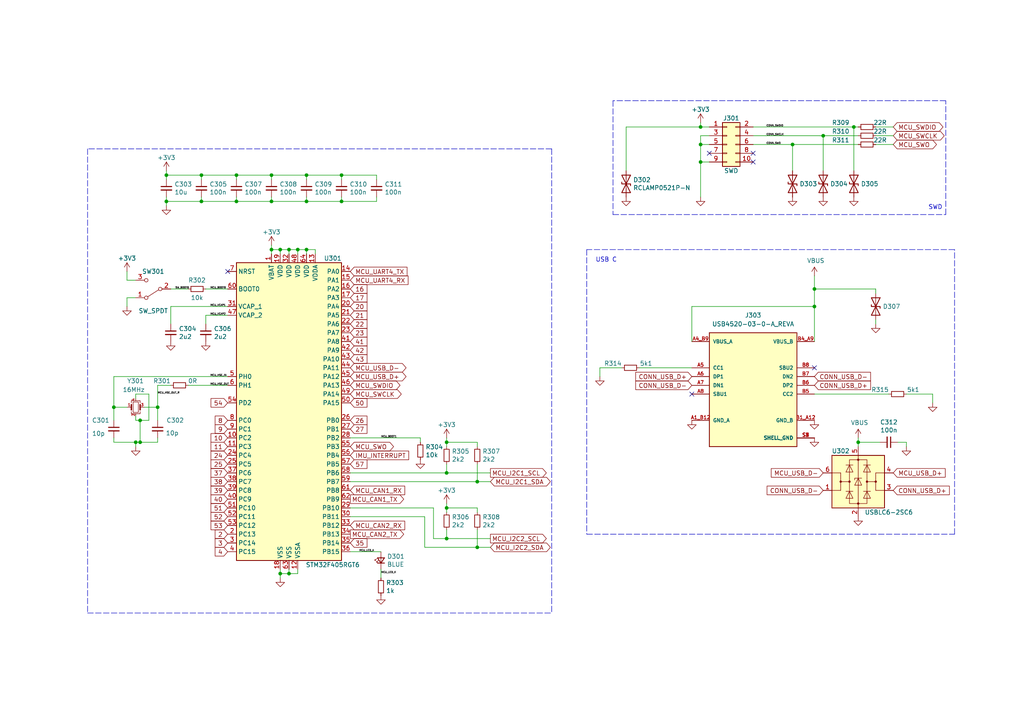
<source format=kicad_sch>
(kicad_sch (version 20211123) (generator eeschema)
  (paper "A4")
  (lib_symbols
    (symbol "BluePhil-rescue:+3.3V-power" (power) (pin_names (offset 0))
      (property "Value" "+3.3V-power" (at 0 3.556 0))
      (symbol "+3.3V-power_0_1"
        (polyline (pts (xy -0.762 1.27) (xy 0 2.54)))
        (polyline (pts (xy 0 0) (xy 0 2.54)))
        (polyline (pts (xy 0 2.54) (xy 0.762 1.27)))
      )
      (symbol "+3.3V-power_1_1"
        (pin power_in line (at 0 0 90) (length 0) hide (name "+3V3") (number "1"))
      )
    )
    (symbol "Connector_Generic:Conn_02x05_Odd_Even" (pin_names (offset 1.016) hide)
      (property "Reference" "J" (at 1.27 7.62 0))
      (property "Value" "Conn_02x05_Odd_Even" (at 1.27 -7.62 0))
      (symbol "Conn_02x05_Odd_Even_1_1"
        (rectangle (start -1.27 -4.953) (end 0 -5.207) (stroke (width 0.1524)))
        (rectangle (start -1.27 -2.413) (end 0 -2.667) (stroke (width 0.1524)))
        (rectangle (start -1.27 0.127) (end 0 -0.127) (stroke (width 0.1524)))
        (rectangle (start -1.27 2.667) (end 0 2.413) (stroke (width 0.1524)))
        (rectangle (start -1.27 5.207) (end 0 4.953) (stroke (width 0.1524)))
        (rectangle (start -1.27 6.35) (end 3.81 -6.35) (stroke (width 0.254)) (fill (type background)))
        (rectangle (start 3.81 -4.953) (end 2.54 -5.207) (stroke (width 0.1524)))
        (rectangle (start 3.81 -2.413) (end 2.54 -2.667) (stroke (width 0.1524)))
        (rectangle (start 3.81 0.127) (end 2.54 -0.127) (stroke (width 0.1524)))
        (rectangle (start 3.81 2.667) (end 2.54 2.413) (stroke (width 0.1524)))
        (rectangle (start 3.81 5.207) (end 2.54 4.953) (stroke (width 0.1524)))
        (pin passive line (at -5.08 5.08 0) (length 3.81) (name "Pin_1") (number "1"))
        (pin passive line (at 7.62 -5.08 180) (length 3.81) (name "Pin_10") (number "10"))
        (pin passive line (at 7.62 5.08 180) (length 3.81) (name "Pin_2") (number "2"))
        (pin passive line (at -5.08 2.54 0) (length 3.81) (name "Pin_3") (number "3"))
        (pin passive line (at 7.62 2.54 180) (length 3.81) (name "Pin_4") (number "4"))
        (pin passive line (at -5.08 0 0) (length 3.81) (name "Pin_5") (number "5"))
        (pin passive line (at 7.62 0 180) (length 3.81) (name "Pin_6") (number "6"))
        (pin passive line (at -5.08 -2.54 0) (length 3.81) (name "Pin_7") (number "7"))
        (pin passive line (at 7.62 -2.54 180) (length 3.81) (name "Pin_8") (number "8"))
        (pin passive line (at -5.08 -5.08 0) (length 3.81) (name "Pin_9") (number "9"))
      )
    )
    (symbol "Device:C_Small" (pin_numbers hide) (pin_names (offset 0.254) hide)
      (property "Reference" "C" (at 0.254 1.778 0))
      (property "Value" "C_Small" (at 0.254 -2.032 0))
      (symbol "C_Small_0_1"
        (polyline (pts (xy -1.524 -0.508) (xy 1.524 -0.508)) (stroke (width 0.3302)))
        (polyline (pts (xy -1.524 0.508) (xy 1.524 0.508)) (stroke (width 0.3048)))
      )
      (symbol "C_Small_1_1"
        (pin passive line (at 0 2.54 270) (length 2.032) (name "~") (number "1"))
        (pin passive line (at 0 -2.54 90) (length 2.032) (name "~") (number "2"))
      )
    )
    (symbol "Device:Crystal_GND24_Small" (pin_names (offset 1.016) hide)
      (property "Reference" "Y" (at 1.27 4.445 0))
      (property "Value" "Crystal_GND24_Small" (at 1.27 2.54 0))
      (symbol "Crystal_GND24_Small_0_1"
        (rectangle (start -0.762 -1.524) (end 0.762 1.524))
        (polyline (pts (xy -1.27 -0.762) (xy -1.27 0.762)) (stroke (width 0.381)))
        (polyline (pts (xy 1.27 -0.762) (xy 1.27 0.762)) (stroke (width 0.381)))
        (polyline (pts (xy -1.27 -1.27) (xy -1.27 -1.905) (xy 1.27 -1.905) (xy 1.27 -1.27)))
        (polyline (pts (xy -1.27 1.27) (xy -1.27 1.905) (xy 1.27 1.905) (xy 1.27 1.27)))
      )
      (symbol "Crystal_GND24_Small_1_1"
        (pin passive line (at -2.54 0 0) (length 1.27) (name "1") (number "1"))
        (pin passive line (at 0 -2.54 90) (length 0.635) (name "2") (number "2"))
        (pin passive line (at 2.54 0 180) (length 1.27) (name "3") (number "3"))
        (pin passive line (at 0 2.54 270) (length 0.635) (name "4") (number "4"))
      )
    )
    (symbol "Device:D_TVS" (pin_numbers hide) (pin_names (offset 1.016) hide)
      (property "Reference" "D" (at 0 2.54 0))
      (property "Value" "D_TVS" (at 0 -2.54 0))
      (symbol "D_TVS_0_1"
        (polyline (pts (xy 1.27 0) (xy -1.27 0)))
        (polyline (pts (xy 0.508 1.27) (xy 0 1.27) (xy 0 -1.27) (xy -0.508 -1.27)) (stroke (width 0.254)))
        (polyline (pts (xy -2.54 1.27) (xy -2.54 -1.27) (xy 2.54 1.27) (xy 2.54 -1.27) (xy -2.54 1.27)) (stroke (width 0.254)))
      )
      (symbol "D_TVS_1_1"
        (pin passive line (at -3.81 0 0) (length 2.54) (name "A1") (number "1"))
        (pin passive line (at 3.81 0 180) (length 2.54) (name "A2") (number "2"))
      )
    )
    (symbol "Device:LED_Small" (pin_numbers hide) (pin_names (offset 0.254) hide)
      (property "Reference" "D" (at -1.27 3.175 0))
      (property "Value" "LED_Small" (at -4.445 -2.54 0))
      (symbol "LED_Small_0_1"
        (polyline (pts (xy -0.762 -1.016) (xy -0.762 1.016)) (stroke (width 0.254)))
        (polyline (pts (xy 1.016 0) (xy -0.762 0)))
        (polyline (pts (xy 0.762 -1.016) (xy -0.762 0) (xy 0.762 1.016) (xy 0.762 -1.016)) (stroke (width 0.254)))
        (polyline (pts (xy 0 0.762) (xy -0.508 1.27) (xy -0.254 1.27) (xy -0.508 1.27) (xy -0.508 1.016)))
        (polyline (pts (xy 0.508 1.27) (xy 0 1.778) (xy 0.254 1.778) (xy 0 1.778) (xy 0 1.524)))
      )
      (symbol "LED_Small_1_1"
        (pin passive line (at -2.54 0 0) (length 1.778) (name "K") (number "1"))
        (pin passive line (at 2.54 0 180) (length 1.778) (name "A") (number "2"))
      )
    )
    (symbol "Device:R_Small" (pin_numbers hide) (pin_names (offset 0.254) hide)
      (property "Reference" "R" (at 0.762 0.508 0))
      (property "Value" "R_Small" (at 0.762 -1.016 0))
      (symbol "R_Small_0_1"
        (rectangle (start -0.762 1.778) (end 0.762 -1.778) (stroke (width 0.2032)))
      )
      (symbol "R_Small_1_1"
        (pin passive line (at 0 2.54 270) (length 0.762) (name "~") (number "1"))
        (pin passive line (at 0 -2.54 90) (length 0.762) (name "~") (number "2"))
      )
    )
    (symbol "MCU_ST_STM32F4:STM32F405RGTx"
      (property "Reference" "U" (at -15.24 44.45 0))
      (property "Value" "STM32F405RGTx" (at 10.16 44.45 0))
      (symbol "STM32F405RGTx_0_1"
        (rectangle (start -15.24 -43.18) (end 15.24 43.18) (stroke (width 0.254)) (fill (type background)))
      )
      (symbol "STM32F405RGTx_1_1"
        (pin power_in line (at -5.08 45.72 270) (length 2.54) (name "VBAT") (number "1"))
        (pin bidirectional line (at -17.78 -7.62 0) (length 2.54) (name "PC2") (number "10"))
        (pin bidirectional line (at -17.78 -10.16 0) (length 2.54) (name "PC3") (number "11"))
        (pin power_in line (at 2.54 -45.72 90) (length 2.54) (name "VSSA") (number "12"))
        (pin power_in line (at 7.62 45.72 270) (length 2.54) (name "VDDA") (number "13"))
        (pin bidirectional line (at 17.78 40.64 180) (length 2.54) (name "PA0") (number "14"))
        (pin bidirectional line (at 17.78 38.1 180) (length 2.54) (name "PA1") (number "15"))
        (pin bidirectional line (at 17.78 35.56 180) (length 2.54) (name "PA2") (number "16"))
        (pin bidirectional line (at 17.78 33.02 180) (length 2.54) (name "PA3") (number "17"))
        (pin power_in line (at -2.54 -45.72 90) (length 2.54) (name "VSS") (number "18"))
        (pin power_in line (at -2.54 45.72 270) (length 2.54) (name "VDD") (number "19"))
        (pin bidirectional line (at -17.78 -35.56 0) (length 2.54) (name "PC13") (number "2"))
        (pin bidirectional line (at 17.78 30.48 180) (length 2.54) (name "PA4") (number "20"))
        (pin bidirectional line (at 17.78 27.94 180) (length 2.54) (name "PA5") (number "21"))
        (pin bidirectional line (at 17.78 25.4 180) (length 2.54) (name "PA6") (number "22"))
        (pin bidirectional line (at 17.78 22.86 180) (length 2.54) (name "PA7") (number "23"))
        (pin bidirectional line (at -17.78 -12.7 0) (length 2.54) (name "PC4") (number "24"))
        (pin bidirectional line (at -17.78 -15.24 0) (length 2.54) (name "PC5") (number "25"))
        (pin bidirectional line (at 17.78 -2.54 180) (length 2.54) (name "PB0") (number "26"))
        (pin bidirectional line (at 17.78 -5.08 180) (length 2.54) (name "PB1") (number "27"))
        (pin bidirectional line (at 17.78 -7.62 180) (length 2.54) (name "PB2") (number "28"))
        (pin bidirectional line (at 17.78 -27.94 180) (length 2.54) (name "PB10") (number "29"))
        (pin bidirectional line (at -17.78 -38.1 0) (length 2.54) (name "PC14") (number "3"))
        (pin bidirectional line (at 17.78 -30.48 180) (length 2.54) (name "PB11") (number "30"))
        (pin power_in line (at -17.78 30.48 0) (length 2.54) (name "VCAP_1") (number "31"))
        (pin power_in line (at 0 45.72 270) (length 2.54) (name "VDD") (number "32"))
        (pin bidirectional line (at 17.78 -33.02 180) (length 2.54) (name "PB12") (number "33"))
        (pin bidirectional line (at 17.78 -35.56 180) (length 2.54) (name "PB13") (number "34"))
        (pin bidirectional line (at 17.78 -38.1 180) (length 2.54) (name "PB14") (number "35"))
        (pin bidirectional line (at 17.78 -40.64 180) (length 2.54) (name "PB15") (number "36"))
        (pin bidirectional line (at -17.78 -17.78 0) (length 2.54) (name "PC6") (number "37"))
        (pin bidirectional line (at -17.78 -20.32 0) (length 2.54) (name "PC7") (number "38"))
        (pin bidirectional line (at -17.78 -22.86 0) (length 2.54) (name "PC8") (number "39"))
        (pin bidirectional line (at -17.78 -40.64 0) (length 2.54) (name "PC15") (number "4"))
        (pin bidirectional line (at -17.78 -25.4 0) (length 2.54) (name "PC9") (number "40"))
        (pin bidirectional line (at 17.78 20.32 180) (length 2.54) (name "PA8") (number "41"))
        (pin bidirectional line (at 17.78 17.78 180) (length 2.54) (name "PA9") (number "42"))
        (pin bidirectional line (at 17.78 15.24 180) (length 2.54) (name "PA10") (number "43"))
        (pin bidirectional line (at 17.78 12.7 180) (length 2.54) (name "PA11") (number "44"))
        (pin bidirectional line (at 17.78 10.16 180) (length 2.54) (name "PA12") (number "45"))
        (pin bidirectional line (at 17.78 7.62 180) (length 2.54) (name "PA13") (number "46"))
        (pin power_in line (at -17.78 27.94 0) (length 2.54) (name "VCAP_2") (number "47"))
        (pin power_in line (at 2.54 45.72 270) (length 2.54) (name "VDD") (number "48"))
        (pin bidirectional line (at 17.78 5.08 180) (length 2.54) (name "PA14") (number "49"))
        (pin input line (at -17.78 10.16 0) (length 2.54) (name "PH0") (number "5"))
        (pin bidirectional line (at 17.78 2.54 180) (length 2.54) (name "PA15") (number "50"))
        (pin bidirectional line (at -17.78 -27.94 0) (length 2.54) (name "PC10") (number "51"))
        (pin bidirectional line (at -17.78 -30.48 0) (length 2.54) (name "PC11") (number "52"))
        (pin bidirectional line (at -17.78 -33.02 0) (length 2.54) (name "PC12") (number "53"))
        (pin bidirectional line (at -17.78 2.54 0) (length 2.54) (name "PD2") (number "54"))
        (pin bidirectional line (at 17.78 -10.16 180) (length 2.54) (name "PB3") (number "55"))
        (pin bidirectional line (at 17.78 -12.7 180) (length 2.54) (name "PB4") (number "56"))
        (pin bidirectional line (at 17.78 -15.24 180) (length 2.54) (name "PB5") (number "57"))
        (pin bidirectional line (at 17.78 -17.78 180) (length 2.54) (name "PB6") (number "58"))
        (pin bidirectional line (at 17.78 -20.32 180) (length 2.54) (name "PB7") (number "59"))
        (pin input line (at -17.78 7.62 0) (length 2.54) (name "PH1") (number "6"))
        (pin input line (at -17.78 35.56 0) (length 2.54) (name "BOOT0") (number "60"))
        (pin bidirectional line (at 17.78 -22.86 180) (length 2.54) (name "PB8") (number "61"))
        (pin bidirectional line (at 17.78 -25.4 180) (length 2.54) (name "PB9") (number "62"))
        (pin power_in line (at 0 -45.72 90) (length 2.54) (name "VSS") (number "63"))
        (pin power_in line (at 5.08 45.72 270) (length 2.54) (name "VDD") (number "64"))
        (pin input line (at -17.78 40.64 0) (length 2.54) (name "NRST") (number "7"))
        (pin bidirectional line (at -17.78 -2.54 0) (length 2.54) (name "PC0") (number "8"))
        (pin bidirectional line (at -17.78 -5.08 0) (length 2.54) (name "PC1") (number "9"))
      )
    )
    (symbol "Power_Protection:USBLC6-2SC6" (pin_names hide)
      (property "Reference" "U" (at 2.54 8.89 0))
      (property "Value" "USBLC6-2SC6" (at 2.54 -8.89 0))
      (symbol "USBLC6-2SC6_0_1"
        (rectangle (start -7.62 -7.62) (end 7.62 7.62) (stroke (width 0.254)) (fill (type background)))
        (circle (center -5.08 0) (radius 0.254) (fill (type outline)))
        (circle (center -2.54 0) (radius 0.254) (fill (type outline)))
        (rectangle (start -2.54 6.35) (end 2.54 -6.35))
        (circle (center 0 -6.35) (radius 0.254) (fill (type outline)))
        (polyline (pts (xy -5.08 -2.54) (xy -7.62 -2.54)))
        (polyline (pts (xy -5.08 0) (xy -5.08 -2.54)))
        (polyline (pts (xy -5.08 2.54) (xy -7.62 2.54)))
        (polyline (pts (xy -1.524 -2.794) (xy -3.556 -2.794)))
        (polyline (pts (xy -1.524 4.826) (xy -3.556 4.826)))
        (polyline (pts (xy 0 -7.62) (xy 0 -6.35)))
        (polyline (pts (xy 0 -6.35) (xy 0 1.27)))
        (polyline (pts (xy 0 1.27) (xy 0 6.35)))
        (polyline (pts (xy 0 6.35) (xy 0 7.62)))
        (polyline (pts (xy 1.524 -2.794) (xy 3.556 -2.794)))
        (polyline (pts (xy 1.524 4.826) (xy 3.556 4.826)))
        (polyline (pts (xy 5.08 -2.54) (xy 7.62 -2.54)))
        (polyline (pts (xy 5.08 0) (xy 5.08 -2.54)))
        (polyline (pts (xy 5.08 2.54) (xy 7.62 2.54)))
        (polyline (pts (xy -2.54 0) (xy -5.08 0) (xy -5.08 2.54)))
        (polyline (pts (xy 2.54 0) (xy 5.08 0) (xy 5.08 2.54)))
        (polyline (pts (xy -3.556 -4.826) (xy -1.524 -4.826) (xy -2.54 -2.794) (xy -3.556 -4.826)))
        (polyline (pts (xy -3.556 2.794) (xy -1.524 2.794) (xy -2.54 4.826) (xy -3.556 2.794)))
        (polyline (pts (xy -1.016 -1.016) (xy 1.016 -1.016) (xy 0 1.016) (xy -1.016 -1.016)))
        (polyline (pts (xy 1.016 1.016) (xy 0.762 1.016) (xy -1.016 1.016) (xy -1.016 0.508)))
        (polyline (pts (xy 3.556 -4.826) (xy 1.524 -4.826) (xy 2.54 -2.794) (xy 3.556 -4.826)))
        (polyline (pts (xy 3.556 2.794) (xy 1.524 2.794) (xy 2.54 4.826) (xy 3.556 2.794)))
        (circle (center 0 6.35) (radius 0.254) (fill (type outline)))
        (circle (center 2.54 0) (radius 0.254) (fill (type outline)))
        (circle (center 5.08 0) (radius 0.254) (fill (type outline)))
      )
      (symbol "USBLC6-2SC6_1_1"
        (pin passive line (at -10.16 -2.54 0) (length 2.54) (name "I/O1") (number "1"))
        (pin passive line (at 0 -10.16 90) (length 2.54) (name "GND") (number "2"))
        (pin passive line (at 10.16 -2.54 180) (length 2.54) (name "I/O2") (number "3"))
        (pin passive line (at 10.16 2.54 180) (length 2.54) (name "I/O2") (number "4"))
        (pin passive line (at 0 10.16 270) (length 2.54) (name "VBUS") (number "5"))
        (pin passive line (at -10.16 2.54 0) (length 2.54) (name "I/O1") (number "6"))
      )
    )
    (symbol "Switch:SW_SPDT" (pin_names (offset 0) hide)
      (property "Reference" "SW" (at 0 4.318 0))
      (property "Value" "SW_SPDT" (at 0 -5.08 0))
      (symbol "SW_SPDT_0_0"
        (circle (center -2.032 0) (radius 0.508))
        (circle (center 2.032 -2.54) (radius 0.508))
      )
      (symbol "SW_SPDT_0_1"
        (polyline (pts (xy -1.524 0.254) (xy 1.651 2.286)))
        (circle (center 2.032 2.54) (radius 0.508))
      )
      (symbol "SW_SPDT_1_1"
        (pin passive line (at 5.08 2.54 180) (length 2.54) (name "A") (number "1"))
        (pin passive line (at -5.08 0 0) (length 2.54) (name "B") (number "2"))
        (pin passive line (at 5.08 -2.54 180) (length 2.54) (name "C") (number "3"))
      )
    )
    (symbol "USB4520-03-0-A_REVA:USB4520-03-0-A_REVA" (pin_names (offset 1.016))
      (property "Reference" "J" (at -12.7 16.002 0))
      (property "Value" "USB4520-03-0-A_REVA" (at -12.7 -18.542 0))
      (symbol "USB4520-03-0-A_REVA_0_0"
        (rectangle (start -12.7 -17.78) (end 12.7 15.24) (stroke (width 0.254)) (fill (type background)))
        (pin power_in line (at -17.78 -10.16 0) (length 5.08) (name "GND_A") (number "A1_B12"))
        (pin power_in line (at -17.78 12.7 0) (length 5.08) (name "VBUS_A") (number "A4_B9"))
        (pin bidirectional line (at -17.78 5.08 0) (length 5.08) (name "CC1") (number "A5"))
        (pin bidirectional line (at -17.78 2.54 0) (length 5.08) (name "DP1") (number "A6"))
        (pin bidirectional line (at -17.78 0 0) (length 5.08) (name "DN1") (number "A7"))
        (pin bidirectional line (at -17.78 -2.54 0) (length 5.08) (name "SBU1") (number "A8"))
        (pin power_in line (at 17.78 -10.16 180) (length 5.08) (name "GND_B") (number "B1_A12"))
        (pin power_in line (at 17.78 12.7 180) (length 5.08) (name "VBUS_B") (number "B4_A9"))
        (pin bidirectional line (at 17.78 -2.54 180) (length 5.08) (name "CC2") (number "B5"))
        (pin bidirectional line (at 17.78 0 180) (length 5.08) (name "DP2") (number "B6"))
        (pin bidirectional line (at 17.78 2.54 180) (length 5.08) (name "DN2") (number "B7"))
        (pin bidirectional line (at 17.78 5.08 180) (length 5.08) (name "SBU2") (number "B8"))
        (pin power_in line (at 17.78 -15.24 180) (length 5.08) (name "SHELL_GND") (number "S1"))
        (pin power_in line (at 17.78 -15.24 180) (length 5.08) (name "SHELL_GND") (number "S2"))
        (pin power_in line (at 17.78 -15.24 180) (length 5.08) (name "SHELL_GND") (number "S3"))
        (pin power_in line (at 17.78 -15.24 180) (length 5.08) (name "SHELL_GND") (number "S4"))
      )
    )
    (symbol "power:GND" (power) (pin_names (offset 0))
      (property "Value" "GND" (at 0 -3.81 0))
      (symbol "GND_0_1"
        (polyline (pts (xy 0 0) (xy 0 -1.27) (xy 1.27 -1.27) (xy 0 -2.54) (xy -1.27 -1.27) (xy 0 -1.27)))
      )
      (symbol "GND_1_1"
        (pin power_in line (at 0 0 270) (length 0) hide (name "GND") (number "1"))
      )
    )
    (symbol "power:VBUS" (power) (pin_names (offset 0))
      (property "Value" "VBUS" (at 0 3.81 0))
      (symbol "VBUS_0_1"
        (polyline (pts (xy -0.762 1.27) (xy 0 2.54)))
        (polyline (pts (xy 0 0) (xy 0 2.54)))
        (polyline (pts (xy 0 2.54) (xy 0.762 1.27)))
      )
      (symbol "VBUS_1_1"
        (pin power_in line (at 0 0 90) (length 0) hide (name "VBUS") (number "1"))
      )
    )
  )
  (junction (at 129.54 128.27))
  (junction (at 33.02 118.11))
  (junction (at 229.87 41.91))
  (junction (at 138.43 158.75))
  (junction (at 58.42 50.8))
  (junction (at 39.37 128.27))
  (junction (at 68.58 58.42))
  (junction (at 45.72 118.11))
  (junction (at 78.74 50.8))
  (junction (at 129.54 147.32))
  (junction (at 203.2 46.99))
  (junction (at 236.22 83.82))
  (junction (at 88.9 50.8))
  (junction (at 86.36 72.39))
  (junction (at 138.43 139.7))
  (junction (at 48.26 50.8))
  (junction (at 247.65 36.83))
  (junction (at 81.28 166.37))
  (junction (at 78.74 58.42))
  (junction (at 58.42 58.42))
  (junction (at 83.82 72.39))
  (junction (at 88.9 72.39))
  (junction (at 83.82 166.37))
  (junction (at 129.54 156.21))
  (junction (at 203.2 36.83))
  (junction (at 68.58 50.8))
  (junction (at 40.64 121.92))
  (junction (at 129.54 137.16))
  (junction (at 88.9 58.42))
  (junction (at 203.2 41.91))
  (junction (at 81.28 72.39))
  (junction (at 236.22 88.9))
  (junction (at 48.26 58.42))
  (junction (at 78.74 72.39))
  (junction (at 238.76 39.37))
  (junction (at 99.06 58.42))
  (junction (at 248.92 128.27))
  (junction (at 99.06 50.8))
  (junction (at 40.64 128.27))
  (no_connect (at 218.44 46.99))
  (no_connect (at 200.66 114.3))
  (no_connect (at 205.74 44.45))
  (no_connect (at 66.04 78.74))
  (no_connect (at 218.44 44.45))
  (no_connect (at 236.22 106.68))
  (wire (pts (xy 81.28 167.64) (xy 81.28 166.37)))
  (wire (pts (xy 59.69 93.98) (xy 59.69 91.44)))
  (wire (pts (xy 218.44 39.37) (xy 238.76 39.37)))
  (wire (pts (xy 129.54 137.16) (xy 129.54 134.62)))
  (wire (pts (xy 39.37 121.92) (xy 39.37 120.65)))
  (wire (pts (xy 91.44 72.39) (xy 91.44 73.66)))
  (wire (pts (xy 236.22 114.3) (xy 257.81 114.3)))
  (wire (pts (xy 101.6 127) (xy 121.92 127)))
  (wire (pts (xy 39.37 129.54) (xy 39.37 128.27)))
  (wire (pts (xy 48.26 50.8) (xy 48.26 52.07)))
  (wire (pts (xy 36.83 118.11) (xy 33.02 118.11)))
  (wire (pts (xy 129.54 147.32) (xy 138.43 147.32)))
  (wire (pts (xy 78.74 57.15) (xy 78.74 58.42)))
  (wire (pts (xy 40.64 121.92) (xy 43.18 121.92)))
  (wire (pts (xy 203.2 41.91) (xy 203.2 39.37)))
  (wire (pts (xy 247.65 36.83) (xy 218.44 36.83)))
  (wire (pts (xy 81.28 166.37) (xy 81.28 165.1)))
  (wire (pts (xy 236.22 83.82) (xy 236.22 88.9)))
  (wire (pts (xy 109.22 58.42) (xy 109.22 57.15)))
  (wire (pts (xy 101.6 147.32) (xy 125.73 147.32)))
  (wire (pts (xy 88.9 72.39) (xy 88.9 73.66)))
  (wire (pts (xy 248.92 129.54) (xy 248.92 128.27)))
  (wire (pts (xy 49.53 93.98) (xy 49.53 88.9)))
  (wire (pts (xy 129.54 128.27) (xy 129.54 129.54)))
  (polyline (pts (xy 25.4 177.8) (xy 160.02 177.8)))
  (wire (pts (xy 129.54 146.05) (xy 129.54 147.32)))
  (wire (pts (xy 110.49 165.1) (xy 110.49 167.64)))
  (wire (pts (xy 99.06 58.42) (xy 109.22 58.42)))
  (wire (pts (xy 58.42 57.15) (xy 58.42 58.42)))
  (wire (pts (xy 248.92 128.27) (xy 248.92 127)))
  (wire (pts (xy 138.43 147.32) (xy 138.43 148.59)))
  (wire (pts (xy 205.74 41.91) (xy 203.2 41.91)))
  (wire (pts (xy 203.2 46.99) (xy 203.2 41.91)))
  (wire (pts (xy 262.89 129.54) (xy 262.89 128.27)))
  (wire (pts (xy 109.22 50.8) (xy 99.06 50.8)))
  (wire (pts (xy 181.61 36.83) (xy 203.2 36.83)))
  (wire (pts (xy 129.54 147.32) (xy 129.54 148.59)))
  (wire (pts (xy 229.87 41.91) (xy 229.87 49.53)))
  (wire (pts (xy 123.19 149.86) (xy 123.19 158.75)))
  (wire (pts (xy 58.42 52.07) (xy 58.42 50.8)))
  (wire (pts (xy 45.72 128.27) (xy 45.72 127)))
  (wire (pts (xy 203.2 35.56) (xy 203.2 36.83)))
  (wire (pts (xy 254 39.37) (xy 259.08 39.37)))
  (wire (pts (xy 78.74 71.12) (xy 78.74 72.39)))
  (wire (pts (xy 45.72 111.76) (xy 49.53 111.76)))
  (wire (pts (xy 88.9 72.39) (xy 91.44 72.39)))
  (wire (pts (xy 236.22 80.01) (xy 236.22 83.82)))
  (wire (pts (xy 49.53 83.82) (xy 54.61 83.82)))
  (wire (pts (xy 99.06 58.42) (xy 99.06 57.15)))
  (wire (pts (xy 78.74 52.07) (xy 78.74 50.8)))
  (wire (pts (xy 203.2 36.83) (xy 205.74 36.83)))
  (wire (pts (xy 259.08 36.83) (xy 254 36.83)))
  (polyline (pts (xy 160.02 43.18) (xy 25.4 43.18)))
  (polyline (pts (xy 177.8 29.21) (xy 177.8 62.23)))
  (wire (pts (xy 138.43 128.27) (xy 138.43 129.54)))
  (wire (pts (xy 138.43 153.67) (xy 138.43 158.75)))
  (wire (pts (xy 49.53 88.9) (xy 66.04 88.9)))
  (wire (pts (xy 68.58 58.42) (xy 78.74 58.42)))
  (wire (pts (xy 88.9 52.07) (xy 88.9 50.8)))
  (wire (pts (xy 48.26 49.53) (xy 48.26 50.8)))
  (wire (pts (xy 83.82 72.39) (xy 86.36 72.39)))
  (wire (pts (xy 48.26 58.42) (xy 58.42 58.42)))
  (wire (pts (xy 88.9 58.42) (xy 99.06 58.42)))
  (polyline (pts (xy 274.32 29.21) (xy 177.8 29.21)))
  (wire (pts (xy 129.54 156.21) (xy 129.54 153.67)))
  (wire (pts (xy 173.99 106.68) (xy 180.34 106.68)))
  (wire (pts (xy 36.83 81.28) (xy 39.37 81.28)))
  (wire (pts (xy 101.6 149.86) (xy 123.19 149.86)))
  (wire (pts (xy 81.28 72.39) (xy 83.82 72.39)))
  (wire (pts (xy 138.43 139.7) (xy 142.24 139.7)))
  (wire (pts (xy 109.22 52.07) (xy 109.22 50.8)))
  (wire (pts (xy 78.74 72.39) (xy 78.74 73.66)))
  (wire (pts (xy 173.99 106.68) (xy 173.99 109.22)))
  (wire (pts (xy 36.83 86.36) (xy 39.37 86.36)))
  (wire (pts (xy 205.74 46.99) (xy 203.2 46.99)))
  (wire (pts (xy 200.66 88.9) (xy 236.22 88.9)))
  (wire (pts (xy 121.92 128.27) (xy 121.92 127)))
  (wire (pts (xy 39.37 121.92) (xy 40.64 121.92)))
  (wire (pts (xy 262.89 114.3) (xy 270.51 114.3)))
  (wire (pts (xy 88.9 57.15) (xy 88.9 58.42)))
  (wire (pts (xy 181.61 49.53) (xy 181.61 36.83)))
  (wire (pts (xy 218.44 41.91) (xy 229.87 41.91)))
  (wire (pts (xy 78.74 50.8) (xy 88.9 50.8)))
  (wire (pts (xy 39.37 115.57) (xy 39.37 114.3)))
  (wire (pts (xy 39.37 128.27) (xy 40.64 128.27)))
  (wire (pts (xy 138.43 134.62) (xy 138.43 139.7)))
  (wire (pts (xy 45.72 118.11) (xy 41.91 118.11)))
  (wire (pts (xy 101.6 137.16) (xy 129.54 137.16)))
  (wire (pts (xy 238.76 39.37) (xy 238.76 49.53)))
  (wire (pts (xy 48.26 58.42) (xy 48.26 57.15)))
  (wire (pts (xy 36.83 88.9) (xy 36.83 86.36)))
  (wire (pts (xy 238.76 39.37) (xy 248.92 39.37)))
  (wire (pts (xy 138.43 158.75) (xy 142.24 158.75)))
  (wire (pts (xy 142.24 137.16) (xy 129.54 137.16)))
  (wire (pts (xy 33.02 121.92) (xy 33.02 118.11)))
  (wire (pts (xy 78.74 72.39) (xy 81.28 72.39)))
  (wire (pts (xy 78.74 58.42) (xy 88.9 58.42)))
  (wire (pts (xy 254 93.98) (xy 254 92.71)))
  (wire (pts (xy 36.83 78.74) (xy 36.83 81.28)))
  (wire (pts (xy 40.64 121.92) (xy 40.64 128.27)))
  (wire (pts (xy 83.82 165.1) (xy 83.82 166.37)))
  (wire (pts (xy 203.2 46.99) (xy 203.2 57.15)))
  (wire (pts (xy 39.37 114.3) (xy 43.18 114.3)))
  (wire (pts (xy 123.19 158.75) (xy 138.43 158.75)))
  (wire (pts (xy 33.02 109.22) (xy 66.04 109.22)))
  (wire (pts (xy 81.28 73.66) (xy 81.28 72.39)))
  (wire (pts (xy 129.54 128.27) (xy 138.43 128.27)))
  (wire (pts (xy 33.02 118.11) (xy 33.02 109.22)))
  (wire (pts (xy 86.36 73.66) (xy 86.36 72.39)))
  (wire (pts (xy 236.22 88.9) (xy 236.22 99.06)))
  (wire (pts (xy 99.06 50.8) (xy 99.06 52.07)))
  (polyline (pts (xy 274.32 62.23) (xy 274.32 29.21)))
  (wire (pts (xy 68.58 50.8) (xy 78.74 50.8)))
  (wire (pts (xy 45.72 121.92) (xy 45.72 118.11)))
  (wire (pts (xy 86.36 166.37) (xy 86.36 165.1)))
  (wire (pts (xy 58.42 50.8) (xy 68.58 50.8)))
  (wire (pts (xy 68.58 52.07) (xy 68.58 50.8)))
  (polyline (pts (xy 177.8 62.23) (xy 274.32 62.23)))
  (wire (pts (xy 86.36 72.39) (xy 88.9 72.39)))
  (wire (pts (xy 125.73 156.21) (xy 129.54 156.21)))
  (polyline (pts (xy 276.86 72.39) (xy 170.18 72.39)))
  (polyline (pts (xy 25.4 43.18) (xy 25.4 177.8)))
  (polyline (pts (xy 170.18 154.94) (xy 276.86 154.94)))
  (wire (pts (xy 83.82 166.37) (xy 86.36 166.37)))
  (wire (pts (xy 110.49 160.02) (xy 101.6 160.02)))
  (wire (pts (xy 54.61 111.76) (xy 66.04 111.76)))
  (wire (pts (xy 259.08 41.91) (xy 254 41.91)))
  (wire (pts (xy 48.26 59.69) (xy 48.26 58.42)))
  (wire (pts (xy 254 83.82) (xy 236.22 83.82)))
  (wire (pts (xy 48.26 50.8) (xy 58.42 50.8)))
  (wire (pts (xy 83.82 73.66) (xy 83.82 72.39)))
  (wire (pts (xy 185.42 106.68) (xy 200.66 106.68)))
  (polyline (pts (xy 170.18 72.39) (xy 170.18 154.94)))
  (wire (pts (xy 68.58 57.15) (xy 68.58 58.42)))
  (wire (pts (xy 101.6 139.7) (xy 138.43 139.7)))
  (wire (pts (xy 81.28 166.37) (xy 83.82 166.37)))
  (wire (pts (xy 270.51 114.3) (xy 270.51 116.84)))
  (wire (pts (xy 40.64 128.27) (xy 45.72 128.27)))
  (wire (pts (xy 59.69 83.82) (xy 66.04 83.82)))
  (wire (pts (xy 58.42 58.42) (xy 68.58 58.42)))
  (wire (pts (xy 129.54 127) (xy 129.54 128.27)))
  (wire (pts (xy 247.65 49.53) (xy 247.65 36.83)))
  (wire (pts (xy 247.65 36.83) (xy 248.92 36.83)))
  (wire (pts (xy 125.73 147.32) (xy 125.73 156.21)))
  (wire (pts (xy 229.87 41.91) (xy 248.92 41.91)))
  (wire (pts (xy 142.24 156.21) (xy 129.54 156.21)))
  (polyline (pts (xy 160.02 43.18) (xy 160.02 177.8)))
  (wire (pts (xy 45.72 111.76) (xy 45.72 118.11)))
  (wire (pts (xy 255.27 128.27) (xy 248.92 128.27)))
  (wire (pts (xy 203.2 39.37) (xy 205.74 39.37)))
  (polyline (pts (xy 276.86 154.94) (xy 276.86 72.39)))
  (wire (pts (xy 262.89 128.27) (xy 260.35 128.27)))
  (wire (pts (xy 88.9 50.8) (xy 99.06 50.8)))
  (wire (pts (xy 200.66 99.06) (xy 200.66 88.9)))
  (wire (pts (xy 59.69 91.44) (xy 66.04 91.44)))
  (wire (pts (xy 43.18 114.3) (xy 43.18 121.92)))
  (wire (pts (xy 33.02 127) (xy 33.02 128.27)))
  (wire (pts (xy 254 85.09) (xy 254 83.82)))
  (wire (pts (xy 33.02 128.27) (xy 39.37 128.27)))
  (text "USB C" (at 172.72 76.2 0) (effects (font (size 1.27 1.27)) (justify left bottom)))
  (text "SWD" (at 269.24 60.96 0) (effects (font (size 1.27 1.27)) (justify left bottom)))
  (label "MCU_BOOT0" (at 60.96 83.82 0) (effects (font (size 0.508 0.508))))
  (label "MCU_LED_K" (at 110.49 166.37 0) (effects (font (size 0.508 0.508))))
  (label "MCU_VCAP2" (at 60.96 91.44 0) (effects (font (size 0.508 0.508))))
  (label "CONN_SWDIO" (at 222.25 36.83 0) (effects (font (size 0.508 0.508))))
  (label "MCU_HSE_OUT" (at 60.96 111.76 0) (effects (font (size 0.508 0.508))))
  (label "MCU_BOOT1" (at 110.49 127 0) (effects (font (size 0.508 0.508))))
  (label "CONN_SWCLK" (at 222.25 39.37 0) (effects (font (size 0.508 0.508))))
  (label "MCU_VCAP1" (at 60.96 88.9 0) (effects (font (size 0.508 0.508))))
  (label "MCU_HSE_IN" (at 60.96 109.22 0) (effects (font (size 0.508 0.508))))
  (label "MCU_HSE_OUT_R" (at 45.72 114.3 0) (effects (font (size 0.508 0.508))))
  (label "MCU_LED_A" (at 104.14 160.02 0) (effects (font (size 0.508 0.508))))
  (label "CONN_SWO" (at 222.25 41.91 0) (effects (font (size 0.508 0.508))))
  (label "SW_BOOT0" (at 50.8 83.82 0) (effects (font (size 0.508 0.508))))
  (global_label "53" (shape input) (at 66.04 152.4 180) (property "Intersheet References" "${INTERSHEET_REFS}" (effects hide)))
  (global_label "50" (shape input) (at 101.6 116.84 0) (property "Intersheet References" "${INTERSHEET_REFS}" (effects hide)))
  (global_label "MCU_CAN1_TX" (shape output) (at 101.6 144.78 0) (property "Intersheet References" "${INTERSHEET_REFS}" (effects hide)))
  (global_label "16" (shape input) (at 101.6 83.82 0) (property "Intersheet References" "${INTERSHEET_REFS}" (effects hide)))
  (global_label "38" (shape input) (at 66.04 139.7 180) (property "Intersheet References" "${INTERSHEET_REFS}" (effects hide)))
  (global_label "MCU_SWO" (shape bidirectional) (at 259.08 41.91 0) (property "Intersheet References" "${INTERSHEET_REFS}" (effects hide)))
  (global_label "MCU_CAN1_RX" (shape input) (at 101.6 142.24 0) (property "Intersheet References" "${INTERSHEET_REFS}" (effects hide)))
  (global_label "MCU_SWCLK" (shape bidirectional) (at 101.6 114.3 0) (property "Intersheet References" "${INTERSHEET_REFS}" (effects hide)))
  (global_label "10" (shape input) (at 66.04 127 180) (property "Intersheet References" "${INTERSHEET_REFS}" (effects hide)))
  (global_label "CONN_USB_D+" (shape input) (at 259.08 142.24 0) (property "Intersheet References" "${INTERSHEET_REFS}" (effects hide)))
  (global_label "22" (shape input) (at 101.6 93.98 0) (property "Intersheet References" "${INTERSHEET_REFS}" (effects hide)))
  (global_label "8" (shape input) (at 66.04 121.92 180) (property "Intersheet References" "${INTERSHEET_REFS}" (effects hide)))
  (global_label "54" (shape input) (at 66.04 116.84 180) (property "Intersheet References" "${INTERSHEET_REFS}" (effects hide)))
  (global_label "MCU_SWO" (shape bidirectional) (at 101.6 129.54 0) (property "Intersheet References" "${INTERSHEET_REFS}" (effects hide)))
  (global_label "MCU_SWDIO" (shape bidirectional) (at 259.08 36.83 0) (property "Intersheet References" "${INTERSHEET_REFS}" (effects hide)))
  (global_label "2" (shape input) (at 66.04 154.94 180) (property "Intersheet References" "${INTERSHEET_REFS}" (effects hide)))
  (global_label "IMU_INTERRUPT" (shape input) (at 101.6 132.08 0) (property "Intersheet References" "${INTERSHEET_REFS}" (effects hide)))
  (global_label "CONN_USB_D-" (shape input) (at 238.76 142.24 180) (property "Intersheet References" "${INTERSHEET_REFS}" (effects hide)))
  (global_label "CONN_USB_D-" (shape input) (at 200.66 111.76 180) (property "Intersheet References" "${INTERSHEET_REFS}" (effects hide)))
  (global_label "MCU_I2C2_SCL" (shape output) (at 142.24 156.21 0) (property "Intersheet References" "${INTERSHEET_REFS}" (effects hide)))
  (global_label "17" (shape input) (at 101.6 86.36 0) (property "Intersheet References" "${INTERSHEET_REFS}" (effects hide)))
  (global_label "25" (shape input) (at 66.04 134.62 180) (property "Intersheet References" "${INTERSHEET_REFS}" (effects hide)))
  (global_label "MCU_USB_D+" (shape bidirectional) (at 101.6 109.22 0) (property "Intersheet References" "${INTERSHEET_REFS}" (effects hide)))
  (global_label "11" (shape input) (at 66.04 129.54 180) (property "Intersheet References" "${INTERSHEET_REFS}" (effects hide)))
  (global_label "51" (shape input) (at 66.04 147.32 180) (property "Intersheet References" "${INTERSHEET_REFS}" (effects hide)))
  (global_label "26" (shape input) (at 101.6 121.92 0) (property "Intersheet References" "${INTERSHEET_REFS}" (effects hide)))
  (global_label "CONN_USB_D+" (shape input) (at 200.66 109.22 180) (property "Intersheet References" "${INTERSHEET_REFS}" (effects hide)))
  (global_label "43" (shape input) (at 101.6 104.14 0) (property "Intersheet References" "${INTERSHEET_REFS}" (effects hide)))
  (global_label "37" (shape input) (at 66.04 137.16 180) (property "Intersheet References" "${INTERSHEET_REFS}" (effects hide)))
  (global_label "MCU_UART4_TX" (shape input) (at 101.6 78.74 0) (property "Intersheet References" "${INTERSHEET_REFS}" (effects hide)))
  (global_label "52" (shape input) (at 66.04 149.86 180) (property "Intersheet References" "${INTERSHEET_REFS}" (effects hide)))
  (global_label "27" (shape input) (at 101.6 124.46 0) (property "Intersheet References" "${INTERSHEET_REFS}" (effects hide)))
  (global_label "MCU_I2C1_SCL" (shape output) (at 142.24 137.16 0) (property "Intersheet References" "${INTERSHEET_REFS}" (effects hide)))
  (global_label "MCU_USB_D-" (shape input) (at 238.76 137.16 180) (property "Intersheet References" "${INTERSHEET_REFS}" (effects hide)))
  (global_label "41" (shape input) (at 101.6 99.06 0) (property "Intersheet References" "${INTERSHEET_REFS}" (effects hide)))
  (global_label "4" (shape input) (at 66.04 160.02 180) (property "Intersheet References" "${INTERSHEET_REFS}" (effects hide)))
  (global_label "21" (shape input) (at 101.6 91.44 0) (property "Intersheet References" "${INTERSHEET_REFS}" (effects hide)))
  (global_label "MCU_I2C2_SDA" (shape bidirectional) (at 142.24 158.75 0) (property "Intersheet References" "${INTERSHEET_REFS}" (effects hide)))
  (global_label "57" (shape input) (at 101.6 134.62 0) (property "Intersheet References" "${INTERSHEET_REFS}" (effects hide)))
  (global_label "MCU_CAN2_RX" (shape input) (at 101.6 152.4 0) (property "Intersheet References" "${INTERSHEET_REFS}" (effects hide)))
  (global_label "MCU_CAN2_TX" (shape output) (at 101.6 154.94 0) (property "Intersheet References" "${INTERSHEET_REFS}" (effects hide)))
  (global_label "CONN_USB_D+" (shape input) (at 236.22 111.76 0) (property "Intersheet References" "${INTERSHEET_REFS}" (effects hide)))
  (global_label "20" (shape input) (at 101.6 88.9 0) (property "Intersheet References" "${INTERSHEET_REFS}" (effects hide)))
  (global_label "3" (shape input) (at 66.04 157.48 180) (property "Intersheet References" "${INTERSHEET_REFS}" (effects hide)))
  (global_label "40" (shape input) (at 66.04 144.78 180) (property "Intersheet References" "${INTERSHEET_REFS}" (effects hide)))
  (global_label "42" (shape input) (at 101.6 101.6 0) (property "Intersheet References" "${INTERSHEET_REFS}" (effects hide)))
  (global_label "MCU_USB_D+" (shape input) (at 259.08 137.16 0) (property "Intersheet References" "${INTERSHEET_REFS}" (effects hide)))
  (global_label "MCU_I2C1_SDA" (shape bidirectional) (at 142.24 139.7 0) (property "Intersheet References" "${INTERSHEET_REFS}" (effects hide)))
  (global_label "MCU_UART4_RX" (shape input) (at 101.6 81.28 0) (property "Intersheet References" "${INTERSHEET_REFS}" (effects hide)))
  (global_label "MCU_SWCLK" (shape bidirectional) (at 259.08 39.37 0) (property "Intersheet References" "${INTERSHEET_REFS}" (effects hide)))
  (global_label "35" (shape input) (at 101.6 157.48 0) (property "Intersheet References" "${INTERSHEET_REFS}" (effects hide)))
  (global_label "24" (shape input) (at 66.04 132.08 180) (property "Intersheet References" "${INTERSHEET_REFS}" (effects hide)))
  (global_label "MCU_SWDIO" (shape bidirectional) (at 101.6 111.76 0) (property "Intersheet References" "${INTERSHEET_REFS}" (effects hide)))
  (global_label "39" (shape input) (at 66.04 142.24 180) (property "Intersheet References" "${INTERSHEET_REFS}" (effects hide)))
  (global_label "9" (shape input) (at 66.04 124.46 180) (property "Intersheet References" "${INTERSHEET_REFS}" (effects hide)))
  (global_label "CONN_USB_D-" (shape input) (at 236.22 109.22 0) (property "Intersheet References" "${INTERSHEET_REFS}" (effects hide)))
  (global_label "MCU_USB_D-" (shape bidirectional) (at 101.6 106.68 0) (property "Intersheet References" "${INTERSHEET_REFS}" (effects hide)))
  (global_label "23" (shape input) (at 101.6 96.52 0) (property "Intersheet References" "${INTERSHEET_REFS}" (effects hide)))
  (symbol (lib_id "MCU_ST_STM32F4:STM32F405RGTx") (at 83.82 119.38 0) (unit 1)
    (property "Reference" "U301" (at 96.52 74.93 0))
    (property "Value" "STM32F405RGT6" (at 96.52 163.83 0))
    (property "Footprint" "Package_QFP:LQFP-64_10x10mm_P0.5mm" (effects hide))
    (property "Datasheet" "http://www.st.com/st-web-ui/static/active/en/resource/technical/document/datasheet/DM00037051.pdf" (effects hide))
    (property "LCSC Part #" "C15742" (effects hide))
  )
  (symbol (lib_id "Device:C_Small") (at 59.69 96.52 0) (unit 1)
    (property "Reference" "C306" (at 62.0268 95.3516 0) (effects (justify left)))
    (property "Value" "2u2" (at 62.0268 97.663 0) (effects (justify left)))
    (property "Footprint" "Capacitor_SMD:C_0603_1608Metric" (effects hide))
    (property "LCSC Part #" "C23630" (effects hide))
  )
  (symbol (lib_id "Device:C_Small") (at 49.53 96.52 0) (unit 1)
    (property "Reference" "C304" (at 51.8668 95.3516 0) (effects (justify left)))
    (property "Value" "2u2" (at 51.8668 97.663 0) (effects (justify left)))
    (property "Footprint" "Capacitor_SMD:C_0603_1608Metric" (effects hide))
    (property "LCSC Part #" "C23630" (effects hide))
  )
  (symbol (lib_id "power:GND") (at 49.53 99.06 0) (unit 1)
    (property "Reference" "#PWR0306" (effects hide))
    (property "Value" "GND" (effects hide))
  )
  (symbol (lib_id "power:GND") (at 59.69 99.06 0) (unit 1)
    (property "Reference" "#PWR0307" (effects hide))
    (property "Value" "GND" (effects hide))
  )
  (symbol (lib_id "Switch:SW_SPDT") (at 44.45 83.82 180) (unit 1)
    (property "Reference" "SW301" (at 44.45 78.74 0))
    (property "Value" "SW_SPDT" (at 44.45 90.17 0))
    (property "Footprint" "Button_Switch_SMD:SW_SPDT_PCM12" (effects hide))
    (property "LCSC Part #" "C431541" (effects hide))
  )
  (symbol (lib_id "Device:R_Small") (at 57.15 83.82 270) (unit 1)
    (property "Reference" "R302" (at 57.15 81.28 90))
    (property "Value" "10k" (at 57.15 86.36 90))
    (property "Footprint" "Resistor_SMD:R_0402_1005Metric" (effects hide))
    (property "LCSC Part #" "C25744" (effects hide))
  )
  (symbol (lib_id "power:GND") (at 36.83 88.9 0) (unit 1)
    (property "Reference" "#PWR0302" (effects hide))
    (property "Value" "GND" (effects hide))
  )
  (symbol (lib_id "BluePhil-rescue:+3.3V-power") (at 36.83 78.74 0) (unit 1)
    (property "Reference" "#PWR0301" (effects hide))
    (property "Value" "+3.3V" (at 36.83 74.93 0))
  )
  (symbol (lib_id "Device:Crystal_GND24_Small") (at 39.37 118.11 0) (unit 1)
    (property "Reference" "Y301" (at 36.83 110.49 0) (effects (justify left)))
    (property "Value" "16MHz" (at 35.56 113.03 0) (effects (justify left)))
    (property "Footprint" "Crystal:Crystal_SMD_3225-4Pin_3.2x2.5mm" (effects hide))
    (property "LCSC Part #" " C13738" (effects hide))
  )
  (symbol (lib_id "BluePhil-rescue:+3.3V-power") (at 78.74 71.12 0) (unit 1)
    (property "Reference" "#PWR0308" (effects hide))
    (property "Value" "+3.3V" (at 78.74 67.31 0))
  )
  (symbol (lib_id "power:GND") (at 81.28 167.64 0) (unit 1)
    (property "Reference" "#PWR0309" (effects hide))
    (property "Value" "GND" (effects hide))
  )
  (symbol (lib_id "Device:R_Small") (at 129.54 151.13 0) (unit 1)
    (property "Reference" "R306" (at 131.0386 149.9616 0) (effects (justify left)))
    (property "Value" "2k2" (at 131.0386 152.273 0) (effects (justify left)))
    (property "Footprint" "Resistor_SMD:R_0402_1005Metric" (effects hide))
    (property "LCSC Part #" "C25879" (effects hide))
  )
  (symbol (lib_id "Device:R_Small") (at 138.43 151.13 0) (unit 1)
    (property "Reference" "R308" (at 139.9286 149.9616 0) (effects (justify left)))
    (property "Value" "2k2" (at 139.9286 152.273 0) (effects (justify left)))
    (property "Footprint" "Resistor_SMD:R_0402_1005Metric" (effects hide))
    (property "LCSC Part #" "C25879" (effects hide))
  )
  (symbol (lib_id "BluePhil-rescue:+3.3V-power") (at 129.54 146.05 0) (unit 1)
    (property "Reference" "#PWR0313" (effects hide))
    (property "Value" "+3.3V" (at 129.54 142.24 0))
  )
  (symbol (lib_id "Device:R_Small") (at 52.07 111.76 270) (unit 1)
    (property "Reference" "R301" (at 46.99 110.49 90))
    (property "Value" "0R" (at 55.88 110.49 90))
    (property "Footprint" "Resistor_SMD:R_0402_1005Metric" (effects hide))
    (property "LCSC Part #" "C17168" (effects hide))
  )
  (symbol (lib_id "Device:C_Small") (at 33.02 124.46 0) (unit 1)
    (property "Reference" "C301" (at 26.67 121.92 0) (effects (justify left)))
    (property "Value" "10p" (at 26.67 125.73 0) (effects (justify left)))
    (property "Footprint" "Capacitor_SMD:C_0402_1005Metric" (effects hide))
    (property "LCSC Part #" "C32949" (effects hide))
  )
  (symbol (lib_id "Device:C_Small") (at 45.72 124.46 0) (unit 1)
    (property "Reference" "C302" (at 48.26 121.92 0) (effects (justify left)))
    (property "Value" "10p" (at 48.0568 125.603 0) (effects (justify left)))
    (property "Footprint" "Capacitor_SMD:C_0402_1005Metric" (effects hide))
    (property "LCSC Part #" "C32949" (effects hide))
  )
  (symbol (lib_id "power:GND") (at 39.37 129.54 0) (unit 1)
    (property "Reference" "#PWR0303" (effects hide))
    (property "Value" "GND" (effects hide))
  )
  (symbol (lib_id "Device:R_Small") (at 121.92 130.81 0) (unit 1)
    (property "Reference" "R304" (at 123.4186 129.6416 0) (effects (justify left)))
    (property "Value" "10k" (at 123.4186 131.953 0) (effects (justify left)))
    (property "Footprint" "Resistor_SMD:R_0402_1005Metric" (effects hide))
    (property "LCSC Part #" "C25744" (effects hide))
  )
  (symbol (lib_id "power:GND") (at 121.92 133.35 0) (unit 1)
    (property "Reference" "#PWR0311" (effects hide))
    (property "Value" "GND" (effects hide))
  )
  (symbol (lib_id "Device:C_Small") (at 48.26 54.61 0) (unit 1)
    (property "Reference" "C303" (at 50.5968 53.4416 0) (effects (justify left)))
    (property "Value" "10u" (at 50.5968 55.753 0) (effects (justify left)))
    (property "Footprint" "Capacitor_SMD:C_0603_1608Metric" (effects hide))
    (property "LCSC Part #" "C19702" (effects hide))
  )
  (symbol (lib_id "Device:C_Small") (at 58.42 54.61 0) (unit 1)
    (property "Reference" "C305" (at 60.7568 53.4416 0) (effects (justify left)))
    (property "Value" "100n" (at 60.7568 55.753 0) (effects (justify left)))
    (property "Footprint" "Capacitor_SMD:C_0402_1005Metric" (effects hide))
    (property "LCSC Part #" "C1525" (effects hide))
  )
  (symbol (lib_id "Device:C_Small") (at 68.58 54.61 0) (unit 1)
    (property "Reference" "C307" (at 70.9168 53.4416 0) (effects (justify left)))
    (property "Value" "100n" (at 70.9168 55.753 0) (effects (justify left)))
    (property "Footprint" "Capacitor_SMD:C_0402_1005Metric" (effects hide))
    (property "LCSC Part #" "C1525" (effects hide))
  )
  (symbol (lib_id "Device:C_Small") (at 78.74 54.61 0) (unit 1)
    (property "Reference" "C308" (at 81.0768 53.4416 0) (effects (justify left)))
    (property "Value" "100n" (at 81.0768 55.753 0) (effects (justify left)))
    (property "Footprint" "Capacitor_SMD:C_0402_1005Metric" (effects hide))
    (property "LCSC Part #" "C1525" (effects hide))
  )
  (symbol (lib_id "Device:C_Small") (at 88.9 54.61 0) (unit 1)
    (property "Reference" "C309" (at 91.2368 53.4416 0) (effects (justify left)))
    (property "Value" "100n" (at 91.2368 55.753 0) (effects (justify left)))
    (property "Footprint" "Capacitor_SMD:C_0402_1005Metric" (effects hide))
    (property "LCSC Part #" "C1525" (effects hide))
  )
  (symbol (lib_id "Device:C_Small") (at 99.06 54.61 0) (unit 1)
    (property "Reference" "C310" (at 101.3968 53.4416 0) (effects (justify left)))
    (property "Value" "100n" (at 101.3968 55.753 0) (effects (justify left)))
    (property "Footprint" "Capacitor_SMD:C_0402_1005Metric" (effects hide))
    (property "LCSC Part #" "C1525" (effects hide))
  )
  (symbol (lib_id "BluePhil-rescue:+3.3V-power") (at 48.26 49.53 0) (unit 1)
    (property "Reference" "#PWR0304" (effects hide))
    (property "Value" "+3.3V" (at 48.26 45.72 0))
  )
  (symbol (lib_id "Device:C_Small") (at 109.22 54.61 0) (unit 1)
    (property "Reference" "C311" (at 111.5568 53.4416 0) (effects (justify left)))
    (property "Value" "100n" (at 111.5568 55.753 0) (effects (justify left)))
    (property "Footprint" "Capacitor_SMD:C_0402_1005Metric" (effects hide))
    (property "LCSC Part #" "C1525" (effects hide))
  )
  (symbol (lib_id "power:GND") (at 48.26 59.69 0) (unit 1)
    (property "Reference" "#PWR0305" (effects hide))
    (property "Value" "GND" (effects hide))
  )
  (symbol (lib_id "Power_Protection:USBLC6-2SC6") (at 248.92 139.7 0) (unit 1)
    (property "Reference" "U302" (at 243.84 130.81 0))
    (property "Value" "USBLC6-2SC6" (at 257.81 148.59 0))
    (property "Footprint" "Package_TO_SOT_SMD:SOT-23-6" (effects hide))
    (property "Datasheet" "https://www.st.com/resource/en/datasheet/usblc6-2.pdf" (effects hide))
    (property "LCSC Part #" "C7519" (effects hide))
  )
  (symbol (lib_id "power:GND") (at 248.92 149.86 0) (unit 1)
    (property "Reference" "#PWR0318" (effects hide))
    (property "Value" "GND" (effects hide))
  )
  (symbol (lib_id "power:VBUS") (at 248.92 127 0) (unit 1)
    (property "Reference" "#PWR0317" (effects hide))
    (property "Value" "VBUS" (at 249.301 122.6058 0))
  )
  (symbol (lib_id "Device:C_Small") (at 257.81 128.27 270) (unit 1)
    (property "Reference" "C312" (at 257.81 122.4534 90))
    (property "Value" "100n" (at 257.81 124.7648 90))
    (property "Footprint" "Capacitor_SMD:C_0402_1005Metric" (effects hide))
    (property "LCSC Part #" "C1525" (effects hide))
  )
  (symbol (lib_id "power:GND") (at 262.89 129.54 0) (unit 1)
    (property "Reference" "#PWR0319" (effects hide))
    (property "Value" "GND" (effects hide))
  )
  (symbol (lib_id "Connector_Generic:Conn_02x05_Odd_Even") (at 210.82 41.91 0) (unit 1)
    (property "Reference" "J301" (at 212.09 34.29 0))
    (property "Value" "SWD" (at 212.09 49.53 0))
    (property "Footprint" "Connector_PinHeader_1.27mm:PinHeader_2x05_P1.27mm_Vertical" (effects hide))
    (property "LCSC Part #" "C239059" (effects hide))
  )
  (symbol (lib_id "BluePhil-rescue:+3.3V-power") (at 203.2 35.56 0) (unit 1)
    (property "Reference" "#PWR0315" (effects hide))
    (property "Value" "+3.3V" (at 203.2 31.75 0))
  )
  (symbol (lib_id "power:GND") (at 181.61 57.15 0) (unit 1)
    (property "Reference" "#PWR0314" (effects hide))
    (property "Value" "GND" (effects hide))
  )
  (symbol (lib_id "Device:R_Small") (at 251.46 36.83 270) (unit 1)
    (property "Reference" "R309" (at 243.84 35.56 90))
    (property "Value" "22R" (at 255.27 35.56 90))
    (property "Footprint" "Resistor_SMD:R_0402_1005Metric" (effects hide))
    (property "LCSC Part #" "C25092" (effects hide))
  )
  (symbol (lib_id "power:GND") (at 229.87 57.15 0) (unit 1)
    (property "Reference" "#PWR0320" (effects hide))
    (property "Value" "GND" (effects hide))
  )
  (symbol (lib_id "Device:D_TVS") (at 181.61 53.34 270) (unit 1)
    (property "Reference" "D302" (at 183.642 52.1716 90) (effects (justify left)))
    (property "Value" "RCLAMP0521P-N" (at 183.642 54.483 90) (effects (justify left)))
    (property "Footprint" "Diode_SMD:D_0402_1005Metric" (effects hide))
    (property "LCSC Part #" "C316043" (effects hide))
  )
  (symbol (lib_id "power:GND") (at 203.2 57.15 0) (unit 1)
    (property "Reference" "#PWR0316" (effects hide))
    (property "Value" "GND" (effects hide))
  )
  (symbol (lib_id "Device:D_TVS") (at 229.87 53.34 270) (unit 1)
    (property "Reference" "D303" (at 231.902 53.34 90) (effects (justify left)))
    (property "Value" "RCLAMP0521P-N" (effects hide))
    (property "Footprint" "Diode_SMD:D_0402_1005Metric" (effects hide))
    (property "LCSC Part #" "C316043" (effects hide))
  )
  (symbol (lib_id "Device:D_TVS") (at 238.76 53.34 270) (unit 1)
    (property "Reference" "D304" (at 240.792 53.34 90) (effects (justify left)))
    (property "Value" "RCLAMP0521P-N" (effects hide))
    (property "Footprint" "Diode_SMD:D_0402_1005Metric" (effects hide))
    (property "LCSC Part #" "C316043" (effects hide))
  )
  (symbol (lib_id "Device:D_TVS") (at 247.65 53.34 270) (unit 1)
    (property "Reference" "D305" (at 249.682 53.34 90) (effects (justify left)))
    (property "Value" "RCLAMP0521P-N" (effects hide))
    (property "Footprint" "Diode_SMD:D_0402_1005Metric" (effects hide))
    (property "LCSC Part #" "C316043" (effects hide))
  )
  (symbol (lib_id "power:GND") (at 238.76 57.15 0) (unit 1)
    (property "Reference" "#PWR0321" (effects hide))
    (property "Value" "GND" (effects hide))
  )
  (symbol (lib_id "power:GND") (at 247.65 57.15 0) (unit 1)
    (property "Reference" "#PWR0322" (effects hide))
    (property "Value" "GND" (effects hide))
  )
  (symbol (lib_id "Device:R_Small") (at 251.46 39.37 270) (unit 1)
    (property "Reference" "R310" (at 243.84 38.1 90))
    (property "Value" "22R" (at 255.27 38.1 90))
    (property "Footprint" "Resistor_SMD:R_0402_1005Metric" (effects hide))
    (property "LCSC Part #" "C25092" (effects hide))
  )
  (symbol (lib_id "Device:R_Small") (at 251.46 41.91 270) (unit 1)
    (property "Reference" "R311" (at 243.84 40.64 90))
    (property "Value" "22R" (at 255.27 40.64 90))
    (property "Footprint" "Resistor_SMD:R_0402_1005Metric" (effects hide))
    (property "LCSC Part #" "C25092" (effects hide))
  )
  (symbol (lib_id "Device:R_Small") (at 260.35 114.3 90) (unit 1)
    (property "Reference" "R315" (at 257.81 113.03 90) (effects (justify left)))
    (property "Value" "5k1" (at 266.7 113.03 90) (effects (justify left)))
    (property "Footprint" "Resistor_SMD:R_0402_1005Metric" (effects hide))
    (property "LCSC Part #" "C25879" (effects hide))
  )
  (symbol (lib_id "Device:D_TVS") (at 254 88.9 270) (unit 1)
    (property "Reference" "D307" (at 256.032 88.9 90) (effects (justify left)))
    (property "Value" "RCLAMP0521P-N" (effects hide))
    (property "Footprint" "Diode_SMD:D_0402_1005Metric" (effects hide))
    (property "LCSC Part #" "C316043" (effects hide))
  )
  (symbol (lib_id "Device:R_Small") (at 110.49 170.18 0) (unit 1)
    (property "Reference" "R303" (at 111.9886 169.0116 0) (effects (justify left)))
    (property "Value" "1k" (at 111.9886 171.323 0) (effects (justify left)))
    (property "Footprint" "Resistor_SMD:R_0402_1005Metric" (effects hide))
    (property "LCSC Part #" "C11702" (effects hide))
  )
  (symbol (lib_id "Device:R_Small") (at 138.43 132.08 0) (unit 1)
    (property "Reference" "R307" (at 139.9286 130.9116 0) (effects (justify left)))
    (property "Value" "2k2" (at 139.9286 133.223 0) (effects (justify left)))
    (property "Footprint" "Resistor_SMD:R_0402_1005Metric" (effects hide))
    (property "LCSC Part #" "C25879" (effects hide))
  )
  (symbol (lib_id "power:VBUS") (at 236.22 80.01 0) (unit 1)
    (property "Reference" "#PWR0122" (effects hide))
    (property "Value" "VBUS" (at 236.601 75.6158 0))
  )
  (symbol (lib_id "power:GND") (at 110.49 172.72 0) (unit 1)
    (property "Reference" "#PWR0310" (effects hide))
    (property "Value" "GND" (effects hide))
  )
  (symbol (lib_id "Device:LED_Small") (at 110.49 162.56 90) (unit 1)
    (property "Reference" "D301" (at 112.268 161.3916 90) (effects (justify right)))
    (property "Value" "BLUE" (at 112.268 163.703 90) (effects (justify right)))
    (property "Footprint" "LED_SMD:LED_0603_1608Metric" (effects hide))
    (property "LCSC Part #" "C72041" (effects hide))
  )
  (symbol (lib_id "Device:R_Small") (at 182.88 106.68 90) (unit 1)
    (property "Reference" "R314" (at 180.34 105.41 90) (effects (justify left)))
    (property "Value" "5k1" (at 189.23 105.41 90) (effects (justify left)))
    (property "Footprint" "Resistor_SMD:R_0402_1005Metric" (effects hide))
    (property "LCSC Part #" "C25879" (effects hide))
  )
  (symbol (lib_id "USB4520-03-0-A_REVA:USB4520-03-0-A_REVA") (at 218.44 111.76 0) (unit 1)
    (property "Reference" "J303" (at 218.44 91.44 0))
    (property "Value" "USB4520-03-0-A_REVA" (at 218.44 93.98 0))
    (property "Footprint" "SnapEDA Library:GCT_USB4520-03-0-A_REVA" (effects hide))
    (property "STANDARD" "Manufacturer Recommendations" (effects hide))
    (property "PARTREV" "A" (effects hide))
    (property "MAXIMUM_PACKAGE_HEIGHT" "2.46mm" (effects hide))
    (property "MANUFACTURER" "GCT" (effects hide))
  )
  (symbol (lib_id "power:GND") (at 236.22 121.92 0) (unit 1)
    (property "Reference" "#PWR0117" (effects hide))
    (property "Value" "GND" (effects hide))
  )
  (symbol (lib_id "power:GND") (at 236.22 127 0) (unit 1)
    (property "Reference" "#PWR0116" (effects hide))
    (property "Value" "GND" (effects hide))
  )
  (symbol (lib_id "power:GND") (at 173.99 109.22 0) (unit 1)
    (property "Reference" "#PWR0115" (effects hide))
    (property "Value" "GND" (effects hide))
  )
  (symbol (lib_id "BluePhil-rescue:+3.3V-power") (at 129.54 127 0) (unit 1)
    (property "Reference" "#PWR0312" (effects hide))
    (property "Value" "+3.3V" (at 129.54 123.19 0))
  )
  (symbol (lib_id "power:GND") (at 200.66 121.92 0) (unit 1)
    (property "Reference" "#PWR0120" (effects hide))
    (property "Value" "GND" (effects hide))
  )
  (symbol (lib_id "power:GND") (at 270.51 116.84 0) (unit 1)
    (property "Reference" "#PWR0119" (effects hide))
    (property "Value" "GND" (effects hide))
  )
  (symbol (lib_id "power:GND") (at 254 93.98 0) (unit 1)
    (property "Reference" "#PWR0121" (effects hide))
    (property "Value" "GND" (effects hide))
  )
  (symbol (lib_id "Device:R_Small") (at 129.54 132.08 0) (unit 1)
    (property "Reference" "R305" (at 131.0386 130.9116 0) (effects (justify left)))
    (property "Value" "2k2" (at 131.0386 133.223 0) (effects (justify left)))
    (property "Footprint" "Resistor_SMD:R_0402_1005Metric" (effects hide))
    (property "LCSC Part #" "C25879" (effects hide))
  )
)
</source>
